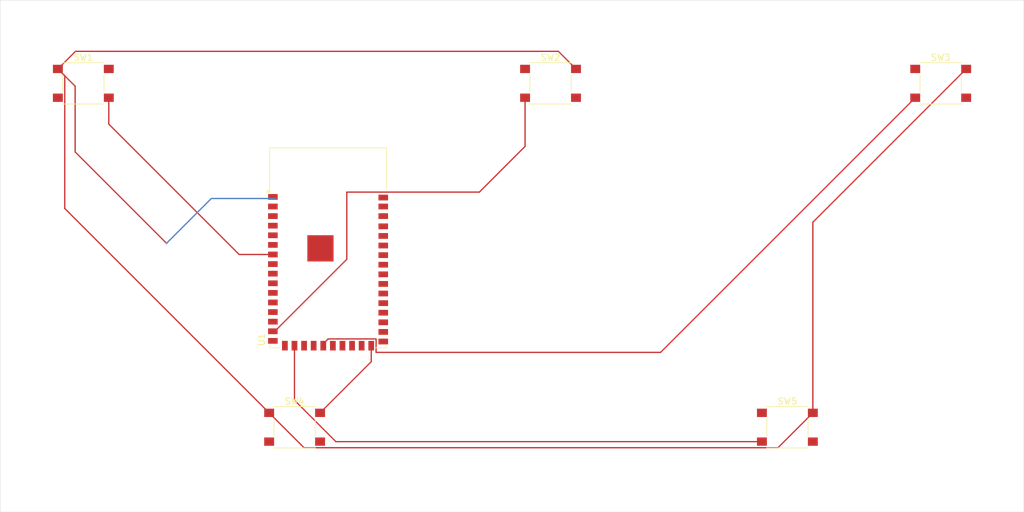
<source format=kicad_pcb>
(kicad_pcb (version 20241229) (generator "pcbnew") (generator_version "9.0")
  (layers (0 "F.Cu" signal) (2 "B.Cu" signal) (13 "F.Paste" user) (15 "B.Paste" user) (5 "F.SilkS" user "F.Silkscreen") (7 "B.SilkS" user "B.Silkscreen") (1 "F.Mask" user) (3 "B.Mask" user) (25 "Edge.Cuts" user))
  (net 0 "")
  (net 1 "Net-(SW1-Pad1)")
  (net 2 "Net-(U1-IO04)")
  (net 3 "Net-(U1-IO12)")
  (net 4 "Net-(U1-IO18)")
  (net 5 "Net-(U1-IO08)")
  (net 6 "Net-(U1-IO15)")
  (footprint "RF_Module:ESP32-S2-WROVER" (layer "F.Cu") (at 101.25 82.525)
    (property "Reference" "U1" (at -10.41 10.53 90) (layer "F.SilkS"))
    (property "Value" "ESP32-S2-WROVER")
    (fp_line (start -9.125 -19.45) (end 9.13 -19.45) (stroke (width 0.12)) (layer "F.SilkS"))
    (fp_line (start -9.125 -13.2) (end -9.125 -19.45) (stroke (width 0.12)) (layer "F.SilkS"))
    (fp_line (start -9.12 11.44) (end -9.12 11.8) (stroke (width 0.12)) (layer "F.SilkS"))
    (fp_line (start -9.12 11.8) (end -7.46 11.8) (stroke (width 0.12)) (layer "F.SilkS"))
    (fp_line (start 9.12 11.54) (end 9.12 11.8) (stroke (width 0.12)) (layer "F.SilkS"))
    (fp_line (start 9.12 11.8) (end 7.46 11.8) (stroke (width 0.12)) (layer "F.SilkS"))
    (fp_line (start 9.13 -13.03) (end 9.13 -19.45) (stroke (width 0.12)) (layer "F.SilkS"))
    (fp_poly (pts (xy -9.125 -12.475) (xy -9.625 -12.475) (xy -9.125 -12.975) (xy -9.125 -12.475)) (stroke (width 0.12)) (fill yes) (layer "F.SilkS"))
    (pad "1" smd rect (at -8.625 -11.775) (size 1.5 0.9) (layers "F.Cu" "F.Mask" "F.Paste") (net 1 "Net-(SW1-Pad1)"))
    (pad "2" smd rect (at -8.625 -10.275) (size 1.5 0.9) (layers "F.Cu" "F.Mask" "F.Paste"))
    (pad "3" smd rect (at -8.625 -8.775) (size 1.5 0.9) (layers "F.Cu" "F.Mask" "F.Paste"))
    (pad "4" smd rect (at -8.625 -7.275) (size 1.5 0.9) (layers "F.Cu" "F.Mask" "F.Paste"))
    (pad "5" smd rect (at -8.625 -5.775) (size 1.5 0.9) (layers "F.Cu" "F.Mask" "F.Paste"))
    (pad "6" smd rect (at -8.625 -4.275) (size 1.5 0.9) (layers "F.Cu" "F.Mask" "F.Paste"))
    (pad "7" smd rect (at -8.625 -2.775) (size 1.5 0.9) (layers "F.Cu" "F.Mask" "F.Paste") (net 2 "Net-(U1-IO04)"))
    (pad "8" smd rect (at -8.625 -1.275) (size 1.5 0.9) (layers "F.Cu" "F.Mask" "F.Paste"))
    (pad "9" smd rect (at -8.625 0.225) (size 1.5 0.9) (layers "F.Cu" "F.Mask" "F.Paste"))
    (pad "10" smd rect (at -8.625 1.725) (size 1.5 0.9) (layers "F.Cu" "F.Mask" "F.Paste"))
    (pad "11" smd rect (at -8.625 3.225) (size 1.5 0.9) (layers "F.Cu" "F.Mask" "F.Paste") (net 5 "Net-(U1-IO08)"))
    (pad "12" smd rect (at -8.625 4.725) (size 1.5 0.9) (layers "F.Cu" "F.Mask" "F.Paste"))
    (pad "13" smd rect (at -8.625 6.225) (size 1.5 0.9) (layers "F.Cu" "F.Mask" "F.Paste"))
    (pad "14" smd rect (at -8.625 7.725) (size 1.5 0.9) (layers "F.Cu" "F.Mask" "F.Paste"))
    (pad "15" smd rect (at -8.625 9.225 180) (size 1.5 0.9) (layers "F.Cu" "F.Mask" "F.Paste") (net 3 "Net-(U1-IO12)"))
    (pad "16" smd rect (at -8.625 10.725 180) (size 1.5 0.9) (layers "F.Cu" "F.Mask" "F.Paste"))
    (pad "17" smd rect (at -6.75 11.475) (size 0.9 1.5) (layers "F.Cu" "F.Mask" "F.Paste"))
    (pad "18" smd rect (at -5.25 11.475) (size 0.9 1.5) (layers "F.Cu" "F.Mask" "F.Paste") (net 6 "Net-(U1-IO15)"))
    (pad "19" smd rect (at -3.75 11.475) (size 0.9 1.5) (layers "F.Cu" "F.Mask" "F.Paste"))
    (pad "20" smd rect (at -2.25 11.475) (size 0.9 1.5) (layers "F.Cu" "F.Mask" "F.Paste"))
    (pad "21" smd rect (at -0.75 11.475) (size 0.9 1.5) (layers "F.Cu" "F.Mask" "F.Paste") (net 4 "Net-(U1-IO18)"))
    (pad "22" smd rect (at 0.75 11.475) (size 0.9 1.5) (layers "F.Cu" "F.Mask" "F.Paste"))
    (pad "23" smd rect (at 2.25 11.475) (size 0.9 1.5) (layers "F.Cu" "F.Mask" "F.Paste"))
    (pad "24" smd rect (at 3.75 11.475) (size 0.9 1.5) (layers "F.Cu" "F.Mask" "F.Paste"))
    (pad "25" smd rect (at 5.25 11.475) (size 0.9 1.5) (layers "F.Cu" "F.Mask" "F.Paste"))
    (pad "26" smd rect (at 6.75 11.475) (size 0.9 1.5) (layers "F.Cu" "F.Mask" "F.Paste") (net 1 "Net-(SW1-Pad1)"))
    (pad "27" smd rect (at 8.625 10.825) (size 1.5 0.9) (layers "F.Cu" "F.Mask" "F.Paste"))
    (pad "28" smd rect (at 8.625 9.325) (size 1.5 0.9) (layers "F.Cu" "F.Mask" "F.Paste"))
    (pad "29" smd rect (at 8.625 7.825) (size 1.5 0.9) (layers "F.Cu" "F.Mask" "F.Paste"))
    (pad "30" smd rect (at 8.625 6.325) (size 1.5 0.9) (layers "F.Cu" "F.Mask" "F.Paste"))
    (pad "31" smd rect (at 8.625 4.825) (size 1.5 0.9) (layers "F.Cu" "F.Mask" "F.Paste"))
    (pad "32" smd rect (at 8.625 3.325) (size 1.5 0.9) (layers "F.Cu" "F.Mask" "F.Paste"))
    (pad "33" smd rect (at 8.625 1.825) (size 1.5 0.9) (layers "F.Cu" "F.Mask" "F.Paste"))
    (pad "34" smd rect (at 8.625 0.325) (size 1.5 0.9) (layers "F.Cu" "F.Mask" "F.Paste"))
    (pad "35" smd rect (at 8.625 -1.175) (size 1.5 0.9) (layers "F.Cu" "F.Mask" "F.Paste"))
    (pad "36" smd rect (at 8.625 -2.675) (size 1.5 0.9) (layers "F.Cu" "F.Mask" "F.Paste"))
    (pad "37" smd rect (at 8.625 -4.175) (size 1.5 0.9) (layers "F.Cu" "F.Mask" "F.Paste"))
    (pad "38" smd rect (at 8.625 -5.675) (size 1.5 0.9) (layers "F.Cu" "F.Mask" "F.Paste"))
    (pad "39" smd rect (at 8.625 -7.175) (size 1.5 0.9) (layers "F.Cu" "F.Mask" "F.Paste"))
    (pad "40" smd rect (at 8.625 -8.775) (size 1.5 0.9) (layers "F.Cu" "F.Mask" "F.Paste"))
    (pad "41" smd rect (at 8.625 -10.275) (size 1.5 0.9) (layers "F.Cu" "F.Mask" "F.Paste"))
    (pad "42" smd rect (at 8.625 -11.675) (size 1.5 0.9) (layers "F.Cu" "F.Mask" "F.Paste") (net 1 "Net-(SW1-Pad1)"))
    (pad "43" smd rect (at -1.19 -3.735) (size 4.1 4.1) (property pad_prop_heatsink) (layers "F.Cu" "F.Mask") (net 1 "Net-(SW1-Pad1)"))
  )
  (footprint "Button_Switch_SMD:SW_SPST_PTS645" (layer "F.Cu") (at 63 53)
    (property "Reference" "SW1" (at 0 -4.05 0) (layer "F.SilkS"))
    (property "Value" "SW_Push")
    (fp_line (start -3.23 -3.23) (end 3.23 -3.23) (stroke (width 0.12)) (layer "F.SilkS"))
    (fp_line (start -3.23 -3.2) (end -3.23 -3.23) (stroke (width 0.12)) (layer "F.SilkS"))
    (fp_line (start -3.23 -1.3) (end -3.23 1.3) (stroke (width 0.12)) (layer "F.SilkS"))
    (fp_line (start -3.23 3.23) (end -3.23 3.2) (stroke (width 0.12)) (layer "F.SilkS"))
    (fp_line (start -3.23 3.23) (end 3.23 3.23) (stroke (width 0.12)) (layer "F.SilkS"))
    (fp_line (start 3.23 -3.23) (end 3.23 -3.2) (stroke (width 0.12)) (layer "F.SilkS"))
    (fp_line (start 3.23 -1.3) (end 3.23 1.3) (stroke (width 0.12)) (layer "F.SilkS"))
    (fp_line (start 3.23 3.23) (end 3.23 3.2) (stroke (width 0.12)) (layer "F.SilkS"))
    (pad "1" smd rect (at -3.98 -2.25) (size 1.55 1.3) (layers "F.Cu" "F.Mask" "F.Paste") (net 1 "Net-(SW1-Pad1)"))
    (pad "1" smd rect (at 3.98 -2.25) (size 1.55 1.3) (layers "F.Cu" "F.Mask" "F.Paste") (net 1 "Net-(SW1-Pad1)"))
    (pad "2" smd rect (at -3.98 2.25) (size 1.55 1.3) (layers "F.Cu" "F.Mask" "F.Paste") (net 2 "Net-(U1-IO04)"))
    (pad "2" smd rect (at 3.98 2.25) (size 1.55 1.3) (layers "F.Cu" "F.Mask" "F.Paste") (net 2 "Net-(U1-IO04)"))
  )
  (footprint "Button_Switch_SMD:SW_SPST_PTS645" (layer "F.Cu") (at 136.02 53)
    (property "Reference" "SW2" (at 0 -4.05 0) (layer "F.SilkS"))
    (property "Value" "SW_Push")
    (fp_line (start -3.23 -3.23) (end 3.23 -3.23) (stroke (width 0.12)) (layer "F.SilkS"))
    (fp_line (start -3.23 -3.2) (end -3.23 -3.23) (stroke (width 0.12)) (layer "F.SilkS"))
    (fp_line (start -3.23 -1.3) (end -3.23 1.3) (stroke (width 0.12)) (layer "F.SilkS"))
    (fp_line (start -3.23 3.23) (end -3.23 3.2) (stroke (width 0.12)) (layer "F.SilkS"))
    (fp_line (start -3.23 3.23) (end 3.23 3.23) (stroke (width 0.12)) (layer "F.SilkS"))
    (fp_line (start 3.23 -3.23) (end 3.23 -3.2) (stroke (width 0.12)) (layer "F.SilkS"))
    (fp_line (start 3.23 -1.3) (end 3.23 1.3) (stroke (width 0.12)) (layer "F.SilkS"))
    (fp_line (start 3.23 3.23) (end 3.23 3.2) (stroke (width 0.12)) (layer "F.SilkS"))
    (pad "1" smd rect (at -3.98 -2.25) (size 1.55 1.3) (layers "F.Cu" "F.Mask" "F.Paste") (net 1 "Net-(SW1-Pad1)"))
    (pad "1" smd rect (at 3.98 -2.25) (size 1.55 1.3) (layers "F.Cu" "F.Mask" "F.Paste") (net 1 "Net-(SW1-Pad1)"))
    (pad "2" smd rect (at -3.98 2.25) (size 1.55 1.3) (layers "F.Cu" "F.Mask" "F.Paste") (net 3 "Net-(U1-IO12)"))
    (pad "2" smd rect (at 3.98 2.25) (size 1.55 1.3) (layers "F.Cu" "F.Mask" "F.Paste") (net 3 "Net-(U1-IO12)"))
  )
  (footprint "Button_Switch_SMD:SW_SPST_PTS645" (layer "F.Cu") (at 173.04 106.75)
    (property "Reference" "SW5" (at 0 -4.05 0) (layer "F.SilkS"))
    (property "Value" "SW_Push")
    (fp_line (start -3.23 -3.23) (end 3.23 -3.23) (stroke (width 0.12)) (layer "F.SilkS"))
    (fp_line (start -3.23 -3.2) (end -3.23 -3.23) (stroke (width 0.12)) (layer "F.SilkS"))
    (fp_line (start -3.23 -1.3) (end -3.23 1.3) (stroke (width 0.12)) (layer "F.SilkS"))
    (fp_line (start -3.23 3.23) (end -3.23 3.2) (stroke (width 0.12)) (layer "F.SilkS"))
    (fp_line (start -3.23 3.23) (end 3.23 3.23) (stroke (width 0.12)) (layer "F.SilkS"))
    (fp_line (start 3.23 -3.23) (end 3.23 -3.2) (stroke (width 0.12)) (layer "F.SilkS"))
    (fp_line (start 3.23 -1.3) (end 3.23 1.3) (stroke (width 0.12)) (layer "F.SilkS"))
    (fp_line (start 3.23 3.23) (end 3.23 3.2) (stroke (width 0.12)) (layer "F.SilkS"))
    (pad "1" smd rect (at -3.98 -2.25) (size 1.55 1.3) (layers "F.Cu" "F.Mask" "F.Paste") (net 1 "Net-(SW1-Pad1)"))
    (pad "1" smd rect (at 3.98 -2.25) (size 1.55 1.3) (layers "F.Cu" "F.Mask" "F.Paste") (net 1 "Net-(SW1-Pad1)"))
    (pad "2" smd rect (at -3.98 2.25) (size 1.55 1.3) (layers "F.Cu" "F.Mask" "F.Paste") (net 6 "Net-(U1-IO15)"))
    (pad "2" smd rect (at 3.98 2.25) (size 1.55 1.3) (layers "F.Cu" "F.Mask" "F.Paste") (net 6 "Net-(U1-IO15)"))
  )
  (footprint "Button_Switch_SMD:SW_SPST_PTS645" (layer "F.Cu") (at 197 53)
    (property "Reference" "SW3" (at 0 -4.05 0) (layer "F.SilkS"))
    (property "Value" "SW_Push")
    (fp_line (start -3.23 -3.23) (end 3.23 -3.23) (stroke (width 0.12)) (layer "F.SilkS"))
    (fp_line (start -3.23 -3.2) (end -3.23 -3.23) (stroke (width 0.12)) (layer "F.SilkS"))
    (fp_line (start -3.23 -1.3) (end -3.23 1.3) (stroke (width 0.12)) (layer "F.SilkS"))
    (fp_line (start -3.23 3.23) (end -3.23 3.2) (stroke (width 0.12)) (layer "F.SilkS"))
    (fp_line (start -3.23 3.23) (end 3.23 3.23) (stroke (width 0.12)) (layer "F.SilkS"))
    (fp_line (start 3.23 -3.23) (end 3.23 -3.2) (stroke (width 0.12)) (layer "F.SilkS"))
    (fp_line (start 3.23 -1.3) (end 3.23 1.3) (stroke (width 0.12)) (layer "F.SilkS"))
    (fp_line (start 3.23 3.23) (end 3.23 3.2) (stroke (width 0.12)) (layer "F.SilkS"))
    (pad "1" smd rect (at -3.98 -2.25) (size 1.55 1.3) (layers "F.Cu" "F.Mask" "F.Paste") (net 1 "Net-(SW1-Pad1)"))
    (pad "1" smd rect (at 3.98 -2.25) (size 1.55 1.3) (layers "F.Cu" "F.Mask" "F.Paste") (net 1 "Net-(SW1-Pad1)"))
    (pad "2" smd rect (at -3.98 2.25) (size 1.55 1.3) (layers "F.Cu" "F.Mask" "F.Paste") (net 4 "Net-(U1-IO18)"))
    (pad "2" smd rect (at 3.98 2.25) (size 1.55 1.3) (layers "F.Cu" "F.Mask" "F.Paste") (net 4 "Net-(U1-IO18)"))
  )
  (footprint "Button_Switch_SMD:SW_SPST_PTS645" (layer "F.Cu") (at 96.02 106.75)
    (property "Reference" "SW4" (at 0 -4.05 0) (layer "F.SilkS"))
    (property "Value" "SW_Push")
    (fp_line (start -3.23 -3.23) (end 3.23 -3.23) (stroke (width 0.12)) (layer "F.SilkS"))
    (fp_line (start -3.23 -3.2) (end -3.23 -3.23) (stroke (width 0.12)) (layer "F.SilkS"))
    (fp_line (start -3.23 -1.3) (end -3.23 1.3) (stroke (width 0.12)) (layer "F.SilkS"))
    (fp_line (start -3.23 3.23) (end -3.23 3.2) (stroke (width 0.12)) (layer "F.SilkS"))
    (fp_line (start -3.23 3.23) (end 3.23 3.23) (stroke (width 0.12)) (layer "F.SilkS"))
    (fp_line (start 3.23 -3.23) (end 3.23 -3.2) (stroke (width 0.12)) (layer "F.SilkS"))
    (fp_line (start 3.23 -1.3) (end 3.23 1.3) (stroke (width 0.12)) (layer "F.SilkS"))
    (fp_line (start 3.23 3.23) (end 3.23 3.2) (stroke (width 0.12)) (layer "F.SilkS"))
    (pad "1" smd rect (at -3.98 -2.25) (size 1.55 1.3) (layers "F.Cu" "F.Mask" "F.Paste") (net 1 "Net-(SW1-Pad1)"))
    (pad "1" smd rect (at 3.98 -2.25) (size 1.55 1.3) (layers "F.Cu" "F.Mask" "F.Paste") (net 1 "Net-(SW1-Pad1)"))
    (pad "2" smd rect (at -3.98 2.25) (size 1.55 1.3) (layers "F.Cu" "F.Mask" "F.Paste") (net 5 "Net-(U1-IO08)"))
    (pad "2" smd rect (at 3.98 2.25) (size 1.55 1.3) (layers "F.Cu" "F.Mask" "F.Paste") (net 5 "Net-(U1-IO08)"))
  )
  (gr_rect (start 50 40) (end 210 120) (stroke (width 0.05)) (fill no) (layer "Edge.Cuts"))
  (segment (start 60.096 72.556) (end 92.04 104.5) (width 0.2) (layer "F.Cu") (net 1))
  (segment (start 61.718 63.718) (end 76 78) (width 0.2) (layer "F.Cu") (net 1))
  (segment (start 108 96.5) (end 108 94) (width 0.2) (layer "F.Cu") (net 1))
  (segment (start 177.02 74.71) (end 200.98 50.75) (width 0.2) (layer "F.Cu") (net 1))
  (segment (start 60.096 51.826) (end 60.096 72.556) (width 0.2) (layer "F.Cu") (net 1))
  (segment (start 171.569 109.951) (end 177.02 104.5) (width 0.2) (layer "F.Cu") (net 1))
  (segment (start 61.718 53.448) (end 61.718 63.718) (width 0.2) (layer "F.Cu") (net 1))
  (segment (start 137.25 48) (end 61.77 48) (width 0.2) (layer "F.Cu") (net 1))
  (segment (start 59.02 50.75) (end 61.718 53.448) (width 0.2) (layer "F.Cu") (net 1))
  (segment (start 100 104.5) (end 108 96.5) (width 0.2) (layer "F.Cu") (net 1))
  (segment (start 61.77 48) (end 59.02 50.75) (width 0.2) (layer "F.Cu") (net 1))
  (segment (start 97.491 109.951) (end 171.569 109.951) (width 0.2) (layer "F.Cu") (net 1))
  (segment (start 59.02 50.75) (end 60.096 51.826) (width 0.2) (layer "F.Cu") (net 1))
  (segment (start 92.04 104.5) (end 97.491 109.951) (width 0.2) (layer "F.Cu") (net 1))
  (segment (start 140 50.75) (end 137.25 48) (width 0.2) (layer "F.Cu") (net 1))
  (segment (start 177.02 104.5) (end 177.02 74.71) (width 0.2) (layer "F.Cu") (net 1))
  (via micro (at 76 78) (size 0.3) (drill 0.1) (layers "F.Cu" "B.Cu") (net 1))
  (segment (start 76 78) (end 83 71) (width 0.2) (layer "B.Cu") (net 1))
  (segment (start 83 71) (end 93 71) (width 0.2) (layer "B.Cu") (net 1))
  (segment (start 66.98 55.25) (end 66.98 59.374836) (width 0.2) (layer "F.Cu") (net 2))
  (segment (start 66.98 59.374836) (end 87.355164 79.75) (width 0.2) (layer "F.Cu") (net 2))
  (segment (start 87.355164 79.75) (end 92.625 79.75) (width 0.2) (layer "F.Cu") (net 2))
  (segment (start 132.04 55.25) (end 132.04 62.854836) (width 0.2) (layer "F.Cu") (net 3))
  (segment (start 132.04 62.854836) (end 124.895836 69.999) (width 0.2) (layer "F.Cu") (net 3))
  (segment (start 124.895836 69.999) (end 104.176 69.999) (width 0.2) (layer "F.Cu") (net 3))
  (segment (start 104.176 80.501) (end 92.927 91.75) (width 0.2) (layer "F.Cu") (net 3))
  (segment (start 104.176 69.999) (end 104.176 80.501) (width 0.2) (layer "F.Cu") (net 3))
  (segment (start 92.927 91.75) (end 92.625 91.75) (width 0.2) (layer "F.Cu") (net 3))
  (segment (start 101.249 92.949) (end 100.5 93.698) (width 0.2) (layer "F.Cu") (net 4))
  (segment (start 193.02 55.25) (end 153.219 95.051) (width 0.2) (layer "F.Cu") (net 4))
  (segment (start 108.751 95.051) (end 108.751 92.949) (width 0.2) (layer "F.Cu") (net 4))
  (segment (start 153.219 95.051) (end 108.751 95.051) (width 0.2) (layer "F.Cu") (net 4))
  (segment (start 100.5 93.698) (end 100.5 94) (width 0.2) (layer "F.Cu") (net 4))
  (segment (start 108.751 92.949) (end 101.249 92.949) (width 0.2) (layer "F.Cu") (net 4))
  (segment (start 96 102.527) (end 96 94) (width 0.2) (layer "F.Cu") (net 6))
  (segment (start 102.473 109) (end 96 102.527) (width 0.2) (layer "F.Cu") (net 6))
  (segment (start 169.06 109) (end 102.473 109) (width 0.2) (layer "F.Cu") (net 6))
)
</source>
